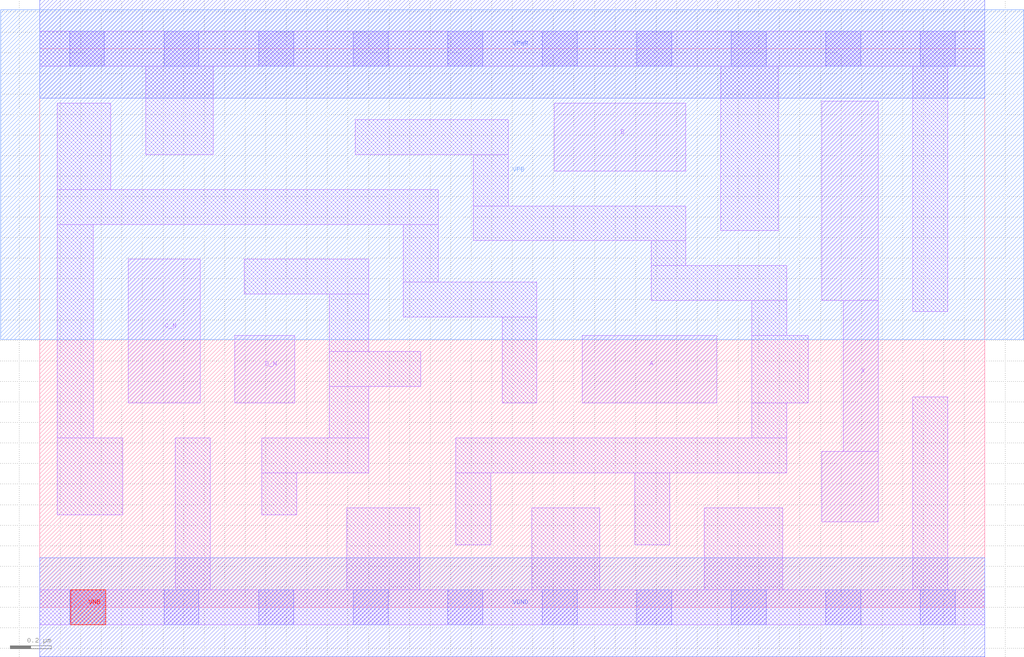
<source format=lef>
# Copyright 2020 The SkyWater PDK Authors
#
# Licensed under the Apache License, Version 2.0 (the "License");
# you may not use this file except in compliance with the License.
# You may obtain a copy of the License at
#
#     https://www.apache.org/licenses/LICENSE-2.0
#
# Unless required by applicable law or agreed to in writing, software
# distributed under the License is distributed on an "AS IS" BASIS,
# WITHOUT WARRANTIES OR CONDITIONS OF ANY KIND, either express or implied.
# See the License for the specific language governing permissions and
# limitations under the License.
#
# SPDX-License-Identifier: Apache-2.0

VERSION 5.7 ;
  NOWIREEXTENSIONATPIN ON ;
  DIVIDERCHAR "/" ;
  BUSBITCHARS "[]" ;
MACRO sky130_fd_sc_hd__or4bb_2
  CLASS CORE ;
  FOREIGN sky130_fd_sc_hd__or4bb_2 ;
  ORIGIN  0.000000  0.000000 ;
  SIZE  4.600000 BY  2.720000 ;
  SYMMETRY X Y R90 ;
  SITE unithd ;
  PIN A
    ANTENNAGATEAREA  0.126000 ;
    DIRECTION INPUT ;
    USE SIGNAL ;
    PORT
      LAYER li1 ;
        RECT 2.640000 0.995000 3.295000 1.325000 ;
    END
  END A
  PIN B
    ANTENNAGATEAREA  0.126000 ;
    DIRECTION INPUT ;
    USE SIGNAL ;
    PORT
      LAYER li1 ;
        RECT 2.505000 2.125000 3.145000 2.455000 ;
    END
  END B
  PIN C_N
    ANTENNAGATEAREA  0.126000 ;
    DIRECTION INPUT ;
    USE SIGNAL ;
    PORT
      LAYER li1 ;
        RECT 0.430000 0.995000 0.780000 1.695000 ;
    END
  END C_N
  PIN D_N
    ANTENNAGATEAREA  0.126000 ;
    DIRECTION INPUT ;
    USE SIGNAL ;
    PORT
      LAYER li1 ;
        RECT 0.950000 0.995000 1.240000 1.325000 ;
    END
  END D_N
  PIN X
    ANTENNADIFFAREA  0.445500 ;
    DIRECTION OUTPUT ;
    USE SIGNAL ;
    PORT
      LAYER li1 ;
        RECT 3.805000 0.415000 4.080000 0.760000 ;
        RECT 3.805000 1.495000 4.080000 2.465000 ;
        RECT 3.910000 0.760000 4.080000 1.495000 ;
    END
  END X
  PIN VGND
    DIRECTION INOUT ;
    SHAPE ABUTMENT ;
    USE GROUND ;
    PORT
      LAYER met1 ;
        RECT 0.000000 -0.240000 4.600000 0.240000 ;
    END
  END VGND
  PIN VNB
    DIRECTION INOUT ;
    USE GROUND ;
    PORT
      LAYER pwell ;
        RECT 0.150000 -0.085000 0.320000 0.085000 ;
    END
  END VNB
  PIN VPB
    DIRECTION INOUT ;
    USE POWER ;
    PORT
      LAYER nwell ;
        RECT -0.190000 1.305000 4.790000 2.910000 ;
    END
  END VPB
  PIN VPWR
    DIRECTION INOUT ;
    SHAPE ABUTMENT ;
    USE POWER ;
    PORT
      LAYER met1 ;
        RECT 0.000000 2.480000 4.600000 2.960000 ;
    END
  END VPWR
  OBS
    LAYER li1 ;
      RECT 0.000000 -0.085000 4.600000 0.085000 ;
      RECT 0.000000  2.635000 4.600000 2.805000 ;
      RECT 0.085000  0.450000 0.405000 0.825000 ;
      RECT 0.085000  0.825000 0.260000 1.865000 ;
      RECT 0.085000  1.865000 1.940000 2.035000 ;
      RECT 0.085000  2.035000 0.345000 2.455000 ;
      RECT 0.515000  2.205000 0.845000 2.635000 ;
      RECT 0.660000  0.085000 0.830000 0.825000 ;
      RECT 0.995000  1.525000 1.600000 1.695000 ;
      RECT 1.080000  0.450000 1.250000 0.655000 ;
      RECT 1.080000  0.655000 1.600000 0.825000 ;
      RECT 1.410000  0.825000 1.600000 1.075000 ;
      RECT 1.410000  1.075000 1.855000 1.245000 ;
      RECT 1.410000  1.245000 1.600000 1.525000 ;
      RECT 1.495000  0.085000 1.850000 0.485000 ;
      RECT 1.535000  2.205000 2.280000 2.375000 ;
      RECT 1.770000  1.415000 2.420000 1.585000 ;
      RECT 1.770000  1.585000 1.940000 1.865000 ;
      RECT 2.025000  0.305000 2.195000 0.655000 ;
      RECT 2.025000  0.655000 3.635000 0.825000 ;
      RECT 2.110000  1.785000 3.145000 1.955000 ;
      RECT 2.110000  1.955000 2.280000 2.205000 ;
      RECT 2.250000  0.995000 2.420000 1.415000 ;
      RECT 2.395000  0.085000 2.725000 0.485000 ;
      RECT 2.895000  0.305000 3.065000 0.655000 ;
      RECT 2.975000  1.495000 3.635000 1.665000 ;
      RECT 2.975000  1.665000 3.145000 1.785000 ;
      RECT 3.235000  0.085000 3.615000 0.485000 ;
      RECT 3.315000  1.835000 3.595000 2.635000 ;
      RECT 3.465000  0.825000 3.635000 0.995000 ;
      RECT 3.465000  0.995000 3.740000 1.325000 ;
      RECT 3.465000  1.325000 3.635000 1.495000 ;
      RECT 4.250000  0.085000 4.420000 1.025000 ;
      RECT 4.250000  1.440000 4.420000 2.635000 ;
    LAYER mcon ;
      RECT 0.145000 -0.085000 0.315000 0.085000 ;
      RECT 0.145000  2.635000 0.315000 2.805000 ;
      RECT 0.605000 -0.085000 0.775000 0.085000 ;
      RECT 0.605000  2.635000 0.775000 2.805000 ;
      RECT 1.065000 -0.085000 1.235000 0.085000 ;
      RECT 1.065000  2.635000 1.235000 2.805000 ;
      RECT 1.525000 -0.085000 1.695000 0.085000 ;
      RECT 1.525000  2.635000 1.695000 2.805000 ;
      RECT 1.985000 -0.085000 2.155000 0.085000 ;
      RECT 1.985000  2.635000 2.155000 2.805000 ;
      RECT 2.445000 -0.085000 2.615000 0.085000 ;
      RECT 2.445000  2.635000 2.615000 2.805000 ;
      RECT 2.905000 -0.085000 3.075000 0.085000 ;
      RECT 2.905000  2.635000 3.075000 2.805000 ;
      RECT 3.365000 -0.085000 3.535000 0.085000 ;
      RECT 3.365000  2.635000 3.535000 2.805000 ;
      RECT 3.825000 -0.085000 3.995000 0.085000 ;
      RECT 3.825000  2.635000 3.995000 2.805000 ;
      RECT 4.285000 -0.085000 4.455000 0.085000 ;
      RECT 4.285000  2.635000 4.455000 2.805000 ;
  END
END sky130_fd_sc_hd__or4bb_2
END LIBRARY

</source>
